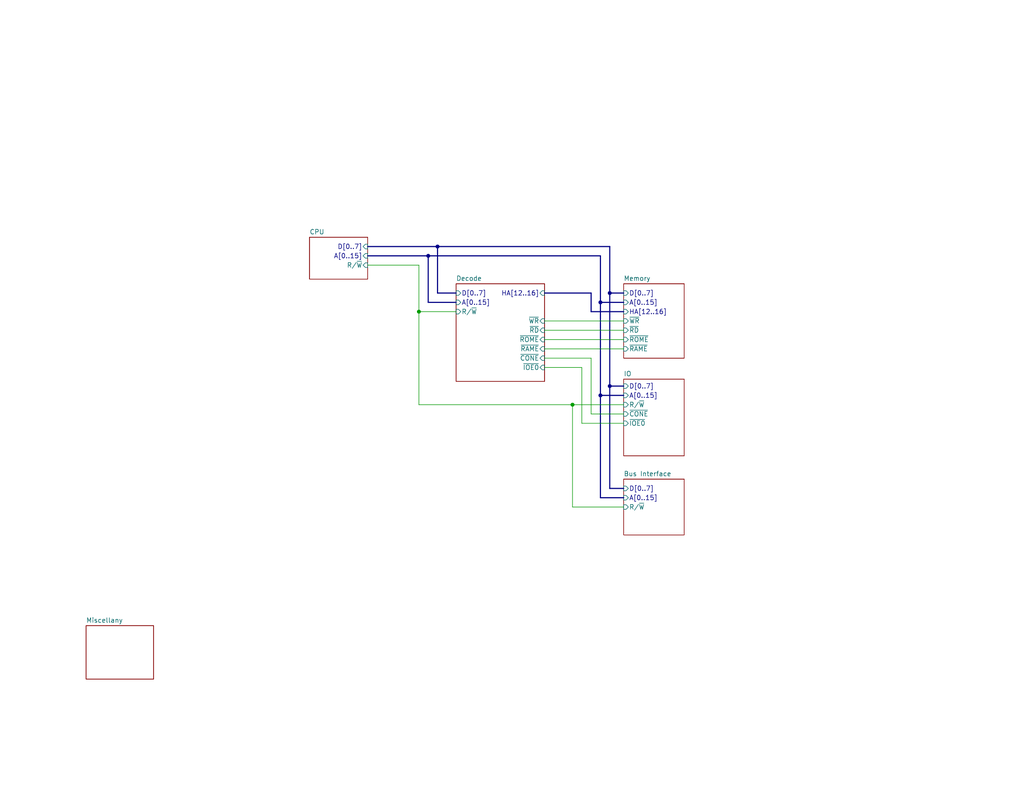
<source format=kicad_sch>
(kicad_sch
	(version 20250114)
	(generator "eeschema")
	(generator_version "9.0")
	(uuid "8c8f1a65-1f54-40f3-b06e-5c7999916e29")
	(paper "USLetter")
	(lib_symbols)
	(junction
		(at 119.38 67.31)
		(diameter 0)
		(color 0 0 0 0)
		(uuid "246a4658-5d5e-483a-ac69-4e48681b0d15")
	)
	(junction
		(at 114.3 85.09)
		(diameter 0)
		(color 0 0 0 0)
		(uuid "413e36e7-0551-467a-b3cf-7c1fd5b3eb53")
	)
	(junction
		(at 163.83 107.95)
		(diameter 0)
		(color 0 0 0 0)
		(uuid "918058cf-0911-4787-819f-7b1c7af501f4")
	)
	(junction
		(at 163.83 82.55)
		(diameter 0)
		(color 0 0 0 0)
		(uuid "aa7535df-8c43-4e53-8cdb-d8da94cc4c3e")
	)
	(junction
		(at 166.37 105.41)
		(diameter 0)
		(color 0 0 0 0)
		(uuid "b5eda575-a8f3-45da-87af-7d968f7f6dbd")
	)
	(junction
		(at 116.84 69.85)
		(diameter 0)
		(color 0 0 0 0)
		(uuid "c8b99189-fa94-4f2d-84b1-b92eac25594f")
	)
	(junction
		(at 166.37 80.01)
		(diameter 0)
		(color 0 0 0 0)
		(uuid "e4cddda8-9ab3-448e-906e-5b18c133f16d")
	)
	(junction
		(at 156.21 110.49)
		(diameter 0)
		(color 0 0 0 0)
		(uuid "eb5fb911-4795-4ac8-97d4-5e31fafddf78")
	)
	(bus
		(pts
			(xy 119.38 67.31) (xy 166.37 67.31)
		)
		(stroke
			(width 0)
			(type default)
		)
		(uuid "050518fb-1903-49a4-95ee-2875304b0c44")
	)
	(wire
		(pts
			(xy 148.59 95.25) (xy 170.18 95.25)
		)
		(stroke
			(width 0)
			(type default)
		)
		(uuid "176072e4-f128-4b9c-9bde-fd5be25d2b73")
	)
	(wire
		(pts
			(xy 114.3 85.09) (xy 114.3 110.49)
		)
		(stroke
			(width 0)
			(type default)
		)
		(uuid "1ce4e87d-f32c-4a25-aec8-7d24cf84cb6b")
	)
	(wire
		(pts
			(xy 161.29 97.79) (xy 161.29 113.03)
		)
		(stroke
			(width 0)
			(type default)
		)
		(uuid "21287966-f329-4d51-b84c-3f0d1031b425")
	)
	(bus
		(pts
			(xy 166.37 67.31) (xy 166.37 80.01)
		)
		(stroke
			(width 0)
			(type default)
		)
		(uuid "2178696f-8852-45ef-8899-54e6b3dc0b88")
	)
	(wire
		(pts
			(xy 148.59 97.79) (xy 161.29 97.79)
		)
		(stroke
			(width 0)
			(type default)
		)
		(uuid "21d07c16-5dc9-4989-9aaf-0e96820c4c53")
	)
	(wire
		(pts
			(xy 156.21 110.49) (xy 156.21 138.43)
		)
		(stroke
			(width 0)
			(type default)
		)
		(uuid "2314fd33-8077-4b37-a295-11bf3785f794")
	)
	(bus
		(pts
			(xy 116.84 69.85) (xy 116.84 82.55)
		)
		(stroke
			(width 0)
			(type default)
		)
		(uuid "25e057d7-8d71-4bfa-ad58-fdd1024d0707")
	)
	(bus
		(pts
			(xy 166.37 105.41) (xy 166.37 133.35)
		)
		(stroke
			(width 0)
			(type default)
		)
		(uuid "2d0c4ed4-1d85-42f1-a0fb-7443e557edc0")
	)
	(wire
		(pts
			(xy 114.3 110.49) (xy 156.21 110.49)
		)
		(stroke
			(width 0)
			(type default)
		)
		(uuid "2f11d603-78d1-4e77-ab83-7a47cae4fe65")
	)
	(bus
		(pts
			(xy 166.37 133.35) (xy 170.18 133.35)
		)
		(stroke
			(width 0)
			(type default)
		)
		(uuid "339ed67f-c679-491c-9136-9c5abfcbd602")
	)
	(bus
		(pts
			(xy 163.83 107.95) (xy 170.18 107.95)
		)
		(stroke
			(width 0)
			(type default)
		)
		(uuid "39edcc34-f02a-4c7a-a84e-48703a53b7c5")
	)
	(bus
		(pts
			(xy 100.33 69.85) (xy 116.84 69.85)
		)
		(stroke
			(width 0)
			(type default)
		)
		(uuid "3bc71fa8-a57f-45eb-a609-0aa6da7a0986")
	)
	(wire
		(pts
			(xy 156.21 110.49) (xy 170.18 110.49)
		)
		(stroke
			(width 0)
			(type default)
		)
		(uuid "3f824907-5521-4f43-a8b7-1e2e3b087852")
	)
	(wire
		(pts
			(xy 114.3 72.39) (xy 114.3 85.09)
		)
		(stroke
			(width 0)
			(type default)
		)
		(uuid "4511a2f5-7ce4-4221-915c-765af596a4aa")
	)
	(bus
		(pts
			(xy 119.38 67.31) (xy 119.38 80.01)
		)
		(stroke
			(width 0)
			(type default)
		)
		(uuid "4994def0-b85e-4dfd-a0e4-b80aca2ad6db")
	)
	(bus
		(pts
			(xy 166.37 80.01) (xy 166.37 105.41)
		)
		(stroke
			(width 0)
			(type default)
		)
		(uuid "49e90802-924e-48e8-bd20-5da2810b2955")
	)
	(wire
		(pts
			(xy 114.3 85.09) (xy 124.46 85.09)
		)
		(stroke
			(width 0)
			(type default)
		)
		(uuid "5328e6ef-bae4-4144-9421-bcfd3ffdd3af")
	)
	(wire
		(pts
			(xy 148.59 90.17) (xy 170.18 90.17)
		)
		(stroke
			(width 0)
			(type default)
		)
		(uuid "551e4d20-04c4-4f52-950a-3c4cc02a60ea")
	)
	(bus
		(pts
			(xy 163.83 82.55) (xy 170.18 82.55)
		)
		(stroke
			(width 0)
			(type default)
		)
		(uuid "6385c3d6-2834-49dd-8469-c5c85c1d4725")
	)
	(wire
		(pts
			(xy 148.59 100.33) (xy 158.75 100.33)
		)
		(stroke
			(width 0)
			(type default)
		)
		(uuid "640c727a-3641-4807-a855-f4b82aaa0c98")
	)
	(wire
		(pts
			(xy 156.21 138.43) (xy 170.18 138.43)
		)
		(stroke
			(width 0)
			(type default)
		)
		(uuid "695d6bba-7fc1-4508-9cf8-91e9a5fe1175")
	)
	(wire
		(pts
			(xy 158.75 115.57) (xy 170.18 115.57)
		)
		(stroke
			(width 0)
			(type default)
		)
		(uuid "764910a6-193c-4640-b897-eb3b004f58a6")
	)
	(bus
		(pts
			(xy 166.37 80.01) (xy 170.18 80.01)
		)
		(stroke
			(width 0)
			(type default)
		)
		(uuid "78d6c14f-3929-4974-909a-689e545a9a9c")
	)
	(bus
		(pts
			(xy 163.83 107.95) (xy 163.83 135.89)
		)
		(stroke
			(width 0)
			(type default)
		)
		(uuid "7db8c432-080f-4024-a455-0419125e1728")
	)
	(bus
		(pts
			(xy 148.59 80.01) (xy 161.29 80.01)
		)
		(stroke
			(width 0)
			(type default)
		)
		(uuid "8196e4cc-c050-4ed2-9470-2298135cbdaf")
	)
	(wire
		(pts
			(xy 158.75 100.33) (xy 158.75 115.57)
		)
		(stroke
			(width 0)
			(type default)
		)
		(uuid "83287fb2-7e49-4f36-a635-18fb16ee9fc5")
	)
	(wire
		(pts
			(xy 148.59 87.63) (xy 170.18 87.63)
		)
		(stroke
			(width 0)
			(type default)
		)
		(uuid "88545904-929d-44b5-9c95-7d23d768c55b")
	)
	(bus
		(pts
			(xy 116.84 69.85) (xy 163.83 69.85)
		)
		(stroke
			(width 0)
			(type default)
		)
		(uuid "8ac7ab4c-b0eb-41e0-94eb-1b165ffda002")
	)
	(bus
		(pts
			(xy 163.83 69.85) (xy 163.83 82.55)
		)
		(stroke
			(width 0)
			(type default)
		)
		(uuid "8e8c42de-b560-46e3-909f-80dfce609e1a")
	)
	(bus
		(pts
			(xy 100.33 67.31) (xy 119.38 67.31)
		)
		(stroke
			(width 0)
			(type default)
		)
		(uuid "95770549-3a73-4f8c-be5b-331bb0ed9727")
	)
	(bus
		(pts
			(xy 166.37 105.41) (xy 170.18 105.41)
		)
		(stroke
			(width 0)
			(type default)
		)
		(uuid "9965fda5-3842-4b73-913c-4f979b4cedae")
	)
	(wire
		(pts
			(xy 100.33 72.39) (xy 114.3 72.39)
		)
		(stroke
			(width 0)
			(type default)
		)
		(uuid "a890d639-9f73-4b01-b1b8-2916185bca97")
	)
	(bus
		(pts
			(xy 161.29 80.01) (xy 161.29 85.09)
		)
		(stroke
			(width 0)
			(type default)
		)
		(uuid "b301212f-ce8c-41e6-9366-11b6a87d21f4")
	)
	(bus
		(pts
			(xy 119.38 80.01) (xy 124.46 80.01)
		)
		(stroke
			(width 0)
			(type default)
		)
		(uuid "b51ebe00-ab4f-4b61-9b6d-23cb44474bad")
	)
	(wire
		(pts
			(xy 161.29 113.03) (xy 170.18 113.03)
		)
		(stroke
			(width 0)
			(type default)
		)
		(uuid "c896f958-169b-4f95-a68f-a90713c3d8ca")
	)
	(bus
		(pts
			(xy 163.83 135.89) (xy 170.18 135.89)
		)
		(stroke
			(width 0)
			(type default)
		)
		(uuid "cff41b57-65a7-4f84-9459-503ff941fbce")
	)
	(wire
		(pts
			(xy 148.59 92.71) (xy 170.18 92.71)
		)
		(stroke
			(width 0)
			(type default)
		)
		(uuid "df394733-f4b3-4055-b5d1-7960d5822a5a")
	)
	(bus
		(pts
			(xy 116.84 82.55) (xy 124.46 82.55)
		)
		(stroke
			(width 0)
			(type default)
		)
		(uuid "e3ee5417-27e5-4282-b0fc-6345af64c85e")
	)
	(bus
		(pts
			(xy 163.83 82.55) (xy 163.83 107.95)
		)
		(stroke
			(width 0)
			(type default)
		)
		(uuid "ed275dda-a9e3-4378-8992-03f7f876d98a")
	)
	(bus
		(pts
			(xy 161.29 85.09) (xy 170.18 85.09)
		)
		(stroke
			(width 0)
			(type default)
		)
		(uuid "f76298ec-5ed5-4f23-9f70-cd0b31240995")
	)
	(sheet
		(at 84.455 64.77)
		(size 15.875 11.43)
		(exclude_from_sim no)
		(in_bom yes)
		(on_board yes)
		(dnp no)
		(fields_autoplaced yes)
		(stroke
			(width 0.1524)
			(type solid)
		)
		(fill
			(color 0 0 0 0.0000)
		)
		(uuid "0b97d247-84e2-4831-9560-29909756a751")
		(property "Sheetname" "CPU"
			(at 84.455 64.0584 0)
			(effects
				(font
					(size 1.27 1.27)
				)
				(justify left bottom)
			)
		)
		(property "Sheetfile" "cpu.kicad_sch"
			(at 84.455 76.7846 0)
			(effects
				(font
					(size 1.27 1.27)
				)
				(justify left top)
				(hide yes)
			)
		)
		(pin "R{slash}~{W}" input
			(at 100.33 72.39 0)
			(uuid "258ba74f-b4b8-441a-a7d4-74094d642718")
			(effects
				(font
					(size 1.27 1.27)
				)
				(justify right)
			)
		)
		(pin "A[0..15]" input
			(at 100.33 69.85 0)
			(uuid "efc11b87-062f-476a-9ecc-6716d1c15e8b")
			(effects
				(font
					(size 1.27 1.27)
				)
				(justify right)
			)
		)
		(pin "D[0..7]" input
			(at 100.33 67.31 0)
			(uuid "e4a627a6-fa3a-4294-b92c-a2c1413e2abe")
			(effects
				(font
					(size 1.27 1.27)
				)
				(justify right)
			)
		)
		(instances
			(project "sb6502-mk2-rev2"
				(path "/8c8f1a65-1f54-40f3-b06e-5c7999916e29"
					(page "2")
				)
			)
		)
	)
	(sheet
		(at 170.18 103.505)
		(size 16.51 20.955)
		(exclude_from_sim no)
		(in_bom yes)
		(on_board yes)
		(dnp no)
		(fields_autoplaced yes)
		(stroke
			(width 0.1524)
			(type solid)
		)
		(fill
			(color 0 0 0 0.0000)
		)
		(uuid "11032eec-f442-431f-ae7e-2aadd89bbd42")
		(property "Sheetname" "IO"
			(at 170.18 102.7934 0)
			(effects
				(font
					(size 1.27 1.27)
				)
				(justify left bottom)
			)
		)
		(property "Sheetfile" "io.kicad_sch"
			(at 170.18 125.0446 0)
			(effects
				(font
					(size 1.27 1.27)
				)
				(justify left top)
				(hide yes)
			)
		)
		(pin "~{CONE}" input
			(at 170.18 113.03 180)
			(uuid "5e420eb7-d698-47d1-88d6-352203663c7b")
			(effects
				(font
					(size 1.27 1.27)
				)
				(justify left)
			)
		)
		(pin "D[0..7]" input
			(at 170.18 105.41 180)
			(uuid "d5b5bf55-dd66-4d43-b7f6-563248ac08a6")
			(effects
				(font
					(size 1.27 1.27)
				)
				(justify left)
			)
		)
		(pin "A[0..15]" input
			(at 170.18 107.95 180)
			(uuid "aedca0ad-13ea-425b-8de3-7933a5a26714")
			(effects
				(font
					(size 1.27 1.27)
				)
				(justify left)
			)
		)
		(pin "R{slash}~{W}" input
			(at 170.18 110.49 180)
			(uuid "d2ec11bb-f55a-4704-9037-127b35ae0ee9")
			(effects
				(font
					(size 1.27 1.27)
				)
				(justify left)
			)
		)
		(pin "~{IOE0}" input
			(at 170.18 115.57 180)
			(uuid "4a5f0ced-3e9a-4990-ad2b-6d4ba4246f6e")
			(effects
				(font
					(size 1.27 1.27)
				)
				(justify left)
			)
		)
		(instances
			(project "sb6502-mk2-rev2"
				(path "/8c8f1a65-1f54-40f3-b06e-5c7999916e29"
					(page "5")
				)
			)
		)
	)
	(sheet
		(at 23.495 170.815)
		(size 18.415 14.605)
		(exclude_from_sim no)
		(in_bom yes)
		(on_board yes)
		(dnp no)
		(fields_autoplaced yes)
		(stroke
			(width 0.1524)
			(type solid)
		)
		(fill
			(color 0 0 0 0.0000)
		)
		(uuid "16ed5209-22c2-4dd4-b77a-a7774a8a7336")
		(property "Sheetname" "Miscellany"
			(at 23.495 170.1034 0)
			(effects
				(font
					(size 1.27 1.27)
				)
				(justify left bottom)
			)
		)
		(property "Sheetfile" "miscellany.kicad_sch"
			(at 23.495 186.0046 0)
			(effects
				(font
					(size 1.27 1.27)
				)
				(justify left top)
				(hide yes)
			)
		)
		(instances
			(project "sb6502-mk2-rev2"
				(path "/8c8f1a65-1f54-40f3-b06e-5c7999916e29"
					(page "7")
				)
			)
		)
	)
	(sheet
		(at 170.18 77.47)
		(size 16.51 20.32)
		(exclude_from_sim no)
		(in_bom yes)
		(on_board yes)
		(dnp no)
		(fields_autoplaced yes)
		(stroke
			(width 0.1524)
			(type solid)
		)
		(fill
			(color 0 0 0 0.0000)
		)
		(uuid "2a466024-26dd-43fc-834b-babb269ebd15")
		(property "Sheetname" "Memory"
			(at 170.18 76.7584 0)
			(effects
				(font
					(size 1.27 1.27)
				)
				(justify left bottom)
			)
		)
		(property "Sheetfile" "memory.kicad_sch"
			(at 170.18 98.3746 0)
			(effects
				(font
					(size 1.27 1.27)
				)
				(justify left top)
				(hide yes)
			)
		)
		(pin "A[0..15]" input
			(at 170.18 82.55 180)
			(uuid "458e4a36-ee37-472b-8fa1-6870d4918291")
			(effects
				(font
					(size 1.27 1.27)
				)
				(justify left)
			)
		)
		(pin "HA[12..16]" input
			(at 170.18 85.09 180)
			(uuid "a626cd2a-3cdd-4546-bd6b-7512e6a297d5")
			(effects
				(font
					(size 1.27 1.27)
				)
				(justify left)
			)
		)
		(pin "D[0..7]" input
			(at 170.18 80.01 180)
			(uuid "1962cb62-2a41-4033-949f-3f49c5aa92e9")
			(effects
				(font
					(size 1.27 1.27)
				)
				(justify left)
			)
		)
		(pin "~{WR}" input
			(at 170.18 87.63 180)
			(uuid "ccb8ec2b-73d6-4e6e-932d-e5d0a2824b11")
			(effects
				(font
					(size 1.27 1.27)
				)
				(justify left)
			)
		)
		(pin "~{RD}" input
			(at 170.18 90.17 180)
			(uuid "cf3066b3-b3d0-43c8-adbe-f5e9a466a6af")
			(effects
				(font
					(size 1.27 1.27)
				)
				(justify left)
			)
		)
		(pin "~{RAME}" input
			(at 170.18 95.25 180)
			(uuid "f8a9ec77-59e3-4ca8-8340-ffa9e3b62c15")
			(effects
				(font
					(size 1.27 1.27)
				)
				(justify left)
			)
		)
		(pin "~{ROME}" input
			(at 170.18 92.71 180)
			(uuid "f7efa188-2af0-4cdf-9e44-218013b13fb1")
			(effects
				(font
					(size 1.27 1.27)
				)
				(justify left)
			)
		)
		(instances
			(project "sb6502-mk2-rev2"
				(path "/8c8f1a65-1f54-40f3-b06e-5c7999916e29"
					(page "4")
				)
			)
		)
	)
	(sheet
		(at 124.46 77.47)
		(size 24.13 26.67)
		(exclude_from_sim no)
		(in_bom yes)
		(on_board yes)
		(dnp no)
		(fields_autoplaced yes)
		(stroke
			(width 0.1524)
			(type solid)
		)
		(fill
			(color 0 0 0 0.0000)
		)
		(uuid "68c66851-3d78-4ce0-9351-97a42c82dd8c")
		(property "Sheetname" "Decode"
			(at 124.46 76.7584 0)
			(effects
				(font
					(size 1.27 1.27)
				)
				(justify left bottom)
			)
		)
		(property "Sheetfile" "decode.kicad_sch"
			(at 124.46 104.7246 0)
			(effects
				(font
					(size 1.27 1.27)
				)
				(justify left top)
				(hide yes)
			)
		)
		(pin "HA[12..16]" input
			(at 148.59 80.01 0)
			(uuid "3b634773-7486-492b-aa7e-5db5ffb99f83")
			(effects
				(font
					(size 1.27 1.27)
				)
				(justify right)
			)
		)
		(pin "~{ROME}" input
			(at 148.59 92.71 0)
			(uuid "4e4142ee-d963-4bf6-9f02-34225553364f")
			(effects
				(font
					(size 1.27 1.27)
				)
				(justify right)
			)
		)
		(pin "~{RAME}" input
			(at 148.59 95.25 0)
			(uuid "3eadea57-e9f6-40e7-b455-650735a8ffd8")
			(effects
				(font
					(size 1.27 1.27)
				)
				(justify right)
			)
		)
		(pin "A[0..15]" input
			(at 124.46 82.55 180)
			(uuid "58aebba8-2fd4-472e-bf89-d7512308e07c")
			(effects
				(font
					(size 1.27 1.27)
				)
				(justify left)
			)
		)
		(pin "~{CONE}" input
			(at 148.59 97.79 0)
			(uuid "c78a70dc-e839-4d39-92f3-5a3de5984222")
			(effects
				(font
					(size 1.27 1.27)
				)
				(justify right)
			)
		)
		(pin "~{WR}" input
			(at 148.59 87.63 0)
			(uuid "04094786-abe5-4d46-8289-c8f5542e2ae9")
			(effects
				(font
					(size 1.27 1.27)
				)
				(justify right)
			)
		)
		(pin "R{slash}~{W}" input
			(at 124.46 85.09 180)
			(uuid "cc73cc6d-c475-4e7f-9c9a-022b4a2c99aa")
			(effects
				(font
					(size 1.27 1.27)
				)
				(justify left)
			)
		)
		(pin "~{RD}" input
			(at 148.59 90.17 0)
			(uuid "ee1da3e3-eb94-427b-b195-ffad15100204")
			(effects
				(font
					(size 1.27 1.27)
				)
				(justify right)
			)
		)
		(pin "D[0..7]" input
			(at 124.46 80.01 180)
			(uuid "945ff0f9-4e27-480a-b476-e9094fb7095c")
			(effects
				(font
					(size 1.27 1.27)
				)
				(justify left)
			)
		)
		(pin "~{IOE0}" input
			(at 148.59 100.33 0)
			(uuid "4c0e288e-eced-4e11-97e1-537987f51a69")
			(effects
				(font
					(size 1.27 1.27)
				)
				(justify right)
			)
		)
		(instances
			(project "sb6502-mk2-rev2"
				(path "/8c8f1a65-1f54-40f3-b06e-5c7999916e29"
					(page "3")
				)
			)
		)
	)
	(sheet
		(at 170.18 130.81)
		(size 16.51 15.24)
		(exclude_from_sim no)
		(in_bom yes)
		(on_board yes)
		(dnp no)
		(fields_autoplaced yes)
		(stroke
			(width 0.1524)
			(type solid)
		)
		(fill
			(color 0 0 0 0.0000)
		)
		(uuid "d5348f9f-3ad9-4d6c-94ca-16d5eb730b4e")
		(property "Sheetname" "Bus Interface"
			(at 170.18 130.0984 0)
			(effects
				(font
					(size 1.27 1.27)
				)
				(justify left bottom)
			)
		)
		(property "Sheetfile" "bus.kicad_sch"
			(at 170.18 146.6346 0)
			(effects
				(font
					(size 1.27 1.27)
				)
				(justify left top)
				(hide yes)
			)
		)
		(pin "A[0..15]" input
			(at 170.18 135.89 180)
			(uuid "d5d60fe8-3f14-4797-b431-9c43b4d3177c")
			(effects
				(font
					(size 1.27 1.27)
				)
				(justify left)
			)
		)
		(pin "D[0..7]" input
			(at 170.18 133.35 180)
			(uuid "dafcf868-0328-4f3f-b301-ed5aebde1fda")
			(effects
				(font
					(size 1.27 1.27)
				)
				(justify left)
			)
		)
		(pin "R{slash}~{W}" input
			(at 170.18 138.43 180)
			(uuid "69565c41-f9b8-4b9d-a8c3-a9f41d4ebdf6")
			(effects
				(font
					(size 1.27 1.27)
				)
				(justify left)
			)
		)
		(instances
			(project "sb6502-mk2-rev2"
				(path "/8c8f1a65-1f54-40f3-b06e-5c7999916e29"
					(page "6")
				)
			)
		)
	)
	(sheet_instances
		(path "/"
			(page "1")
		)
	)
	(embedded_fonts no)
)

</source>
